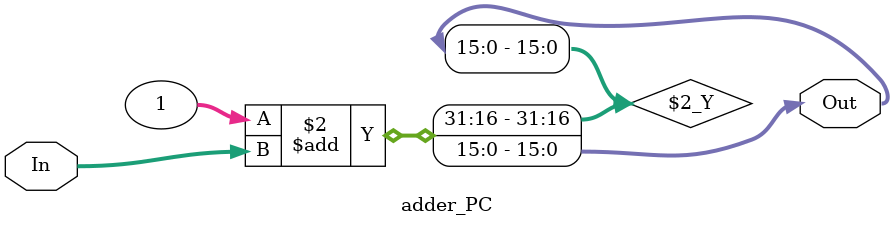
<source format=v>
`timescale 1ns / 1ps


module adder_PC #(
	parameter len = 16,
	parameter sumando = 1
	) (
    input [len-1:0] In,
    output reg [len-1:0] Out
    );

    always@(*)
    begin
      Out = sumando + In;
    end

endmodule

</source>
